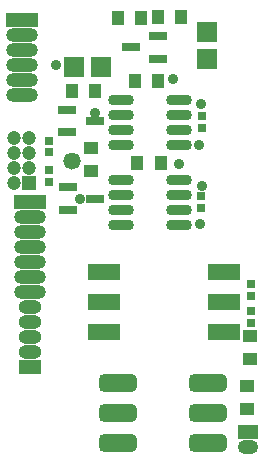
<source format=gbs>
%FSTAX23Y23*%
%MOIN*%
%SFA1B1*%

%IPPOS*%
%AMD38*
4,1,8,-0.047500,-0.028900,0.047500,-0.028900,0.063900,-0.012500,0.063900,0.012500,0.047500,0.028900,-0.047500,0.028900,-0.063900,0.012500,-0.063900,-0.012500,-0.047500,-0.028900,0.0*
1,1,0.032880,-0.047500,-0.012500*
1,1,0.032880,0.047500,-0.012500*
1,1,0.032880,0.047500,0.012500*
1,1,0.032880,-0.047500,0.012500*
%
%ADD35R,0.106300X0.047240*%
%ADD36O,0.106300X0.047240*%
%ADD37R,0.107870X0.057870*%
G04~CAMADD=38~8~0.0~0.0~1278.7~578.7~164.4~0.0~15~0.0~0.0~0.0~0.0~0~0.0~0.0~0.0~0.0~0~0.0~0.0~0.0~180.0~1278.0~578.0*
%ADD38D38*%
%ADD39R,0.067870X0.047240*%
%ADD40O,0.067870X0.047870*%
%ADD41O,0.106300X0.047240*%
%ADD42R,0.106300X0.047240*%
%ADD43O,0.076770X0.047240*%
%ADD44R,0.076770X0.047240*%
%ADD45R,0.047240X0.047240*%
%ADD46C,0.047240*%
%ADD47C,0.035560*%
%ADD48C,0.035430*%
%ADD49C,0.057870*%
%ADD50R,0.064960X0.031500*%
%ADD51R,0.045280X0.041340*%
%ADD52R,0.041340X0.045280*%
%ADD53R,0.067870X0.067870*%
%ADD54R,0.067870X0.067870*%
%ADD55O,0.086610X0.035430*%
%ADD56R,0.031500X0.027560*%
%LNdaughterboard-1*%
%LPD*%
G54D35*
X01698Y02387D03*
G54D36*
X01698Y02337D03*
Y02287D03*
Y02187D03*
Y02237D03*
Y02137D03*
G54D37*
X02369Y01546D03*
Y01446D03*
Y01346D03*
X01969Y01546D03*
Y01446D03*
Y01346D03*
G54D38*
X02318Y01176D03*
Y01076D03*
Y00976D03*
X02018D03*
Y01076D03*
Y01176D03*
G54D39*
X02449Y01015D03*
G54D40*
X02449Y00965D03*
G54D41*
X01724Y0153D03*
Y0163D03*
Y0158D03*
Y0168D03*
Y0173D03*
Y0148D03*
G54D42*
X01724Y0178D03*
G54D43*
X01724Y0138D03*
Y0143D03*
Y0133D03*
Y0128D03*
G54D44*
X01724Y0123D03*
G54D45*
X01719Y01845D03*
G54D46*
X01669Y01845D03*
X01719Y01895D03*
X01669D03*
X01719Y01945D03*
X01669D03*
X01719Y01995D03*
X01669D03*
G54D47*
X0194Y02079D03*
X02297Y01833D03*
X0222Y01907D03*
X02289Y01707D03*
X02288Y0197D03*
X02294Y02107D03*
X02202Y02191D03*
G54D48*
X01811Y02237D03*
X01889Y01791D03*
G54D49*
X01865Y01919D03*
G54D50*
X01942Y01792D03*
X0185Y0183D03*
Y01755D03*
X0194Y02051D03*
X01847Y02088D03*
Y02014D03*
X02059Y02296D03*
X02152Y02259D03*
Y02334D03*
G54D51*
X01927Y01962D03*
Y01885D03*
X02456Y01334D03*
Y01257D03*
X02448Y01169D03*
Y01092D03*
G54D52*
X01863Y02152D03*
X0194D03*
X02094Y02394D03*
X02017D03*
X02151Y02396D03*
X02228D03*
X02152Y02185D03*
X02075D03*
X02159Y01911D03*
X02082D03*
G54D53*
X0187Y02232D03*
X0196D03*
G54D54*
X02314Y02256D03*
Y02346D03*
G54D55*
X0222Y0212D03*
Y0207D03*
Y0202D03*
Y0197D03*
X02027Y0212D03*
Y0207D03*
Y0202D03*
Y0197D03*
X02219Y01855D03*
Y01805D03*
Y01755D03*
Y01705D03*
X02026Y01855D03*
Y01805D03*
Y01755D03*
Y01705D03*
G54D56*
X02297Y02066D03*
Y02026D03*
X02295Y01801D03*
Y01761D03*
X02461Y01418D03*
Y01379D03*
X02461Y01507D03*
Y01468D03*
X01786Y01985D03*
Y01946D03*
Y01888D03*
Y01848D03*
M02*
</source>
